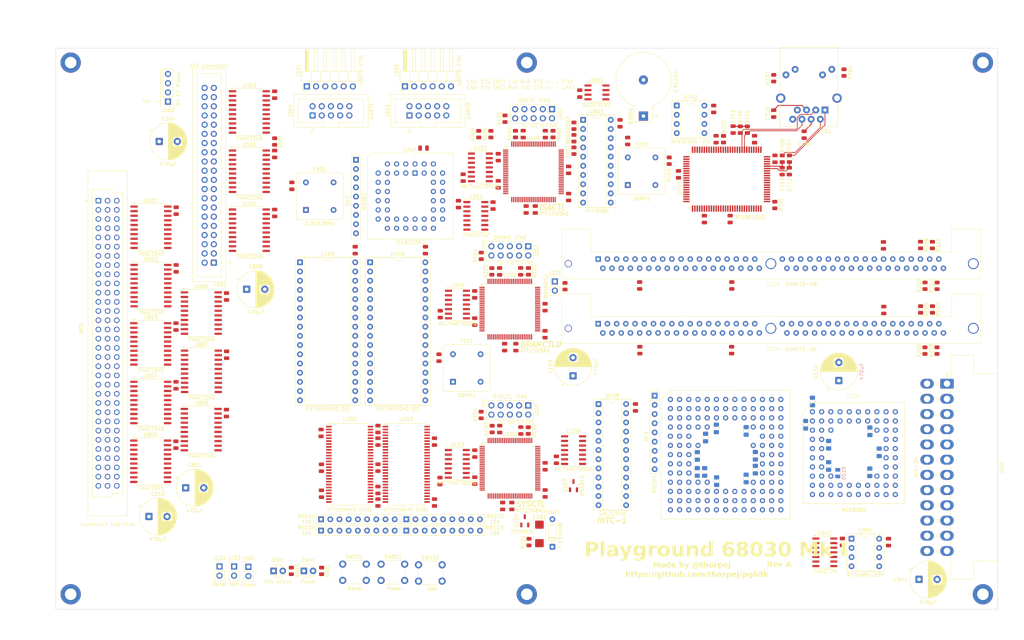
<source format=kicad_pcb>
(kicad_pcb (version 20241229) (generator "pcbnew") (generator_version "9.0")
  (layers (0 "F.Cu" signal) (4 "In1.Cu" power) (6 "In2.Cu" signal) (8 "In3.Cu" signal) (10 "In4.Cu" power) (2 "B.Cu" signal) (13 "F.Paste" user) (15 "B.Paste" user) (5 "F.SilkS" user "F.Silkscreen") (7 "B.SilkS" user "B.Silkscreen") (1 "F.Mask" user) (3 "B.Mask" user) (25 "Edge.Cuts" user))
  (net 0 "")
  (net 1 "~{CPU_STERM}")
  (net 2 "~{CPU_BERR}")
  (net 3 "~{CPU_DSACK1}")
  (net 4 "+5V")
  (net 5 "~{CPU_CIIN}")
  (net 6 "~{CPU_DSACK0}")
  (net 7 "A13")
  (net 8 "Net-(D101-A)")
  (net 9 "~{CPU_CBACK}")
  (net 10 "A8")
  (net 11 "GND")
  (net 12 "A26")
  (net 13 "A19")
  (net 14 "A9")
  (net 15 "A27")
  (net 16 "~{RESET}")
  (net 17 "D9")
  (net 20 "D21")
  (net 23 "A3")
  (net 24 "D17")
  (net 25 "A30")
  (net 26 "A16")
  (net 27 "A31")
  (net 28 "RnW")
  (net 29 "A10")
  (net 32 "A20")
  (net 33 "D27")
  (net 34 "D6")
  (net 35 "A24")
  (net 37 "D25")
  (net 38 "D20")
  (net 39 "A2")
  (net 40 "A29")
  (net 41 "SIZ0")
  (net 42 "D31")
  (net 43 "A7")
  (net 45 "D4")
  (net 46 "D0")
  (net 47 "A21")
  (net 48 "~{IPL0}")
  (net 49 "D23")
  (net 50 "D1")
  (net 52 "SIZ1")
  (net 53 "D7")
  (net 54 "~{CBREQ}")
  (net 55 "A0")
  (net 56 "D3")
  (net 57 "D16")
  (net 59 "D14")
  (net 60 "D29")
  (net 61 "FC1")
  (net 62 "FC0")
  (net 63 "D10")
  (net 64 "~{AVEC}")
  (net 65 "A4")
  (net 66 "D22")
  (net 67 "A12")
  (net 68 "FC2")
  (net 69 "D13")
  (net 70 "CPU_CLK")
  (net 72 "D5")
  (net 73 "~{IPL1}")
  (net 74 "A5")
  (net 75 "~{IPL2}")
  (net 76 "D26")
  (net 77 "D2")
  (net 78 "A23")
  (net 79 "A28")
  (net 80 "A6")
  (net 81 "A1")
  (net 82 "D24")
  (net 83 "D18")
  (net 84 "~{AS}")
  (net 85 "D8")
  (net 86 "~{DS}")
  (net 87 "D11")
  (net 88 "A14")
  (net 89 "D15")
  (net 90 "D19")
  (net 91 "A11")
  (net 92 "A17")
  (net 93 "A25")
  (net 95 "A22")
  (net 97 "D28")
  (net 99 "A15")
  (net 100 "A18")
  (net 101 "~{EXPSEL}")
  (net 102 "~{ROMSEL}")
  (net 103 "~{DEVSEL}")
  (net 104 "DRAM_CLK")
  (net 105 "/SYSCTL_TCK")
  (net 107 "/SYSCTL_TMS")
  (net 108 "/SYSCTL_TDI")
  (net 109 "/SYSCTL_TDO")
  (net 110 "~{I2CSEL}")
  (net 112 "D30")
  (net 113 "RESET")
  (net 114 "Net-(J201-Pin_1)")
  (net 115 "~{FRAM_RD}")
  (net 117 "/IDE interface/~{ATA_ACT}")
  (net 118 "~{DRAM0SEL}")
  (net 119 "/FRAM + DRAM0/DRAM0_TCK")
  (net 120 "D12")
  (net 121 "~{IACKSEL}")
  (net 122 "/ISA bus interface/ISACTL_TDO")
  (net 123 "~{ATASEL}")
  (net 124 "~{FPUSEL}")
  (net 126 "~{DRAM1SEL}")
  (net 127 "/FRAM + DRAM0/DRAM0_TMS")
  (net 128 "~{INTCSEL}")
  (net 129 "/FRAM + DRAM0/DRAM0_TDI")
  (net 130 "/ISA bus interface/ISACTL_TDI")
  (net 131 "~{DUARTSEL}")
  (net 132 "/FRAM + DRAM0/DRAM0_TDO")
  (net 133 "~{DRAM3SEL}")
  (net 134 "CLK_6_25")
  (net 138 "~{DRAM2SEL}")
  (net 141 "/SYSCTL_CBACK")
  (net 142 "/SYSCTL_BERR")
  (net 143 "~{FRAM_BE3}")
  (net 144 "/SYSCTL_DSACK0")
  (net 145 "~{FRAMSEL}")
  (net 146 "~{FRAM_BE2}")
  (net 147 "/SYSCTL_DSACK1")
  (net 148 "~{FRAM_BE1}")
  (net 149 "/SYSCTL_CI")
  (net 150 "~{FRAM_BE0}")
  (net 151 "~{FRAM_WR}")
  (net 152 "/SYSCTL_STERM")
  (net 153 "/FRAM + DRAM0/DRAM0_DSACK0")
  (net 154 "/FRAM + DRAM0/DRAM0_A5")
  (net 155 "/FRAM + DRAM0/DRAM0_A0")
  (net 156 "/FRAM + DRAM0/~{DRAM0B_RAS0}")
  (net 157 "/FRAM + DRAM0/DRAM0_A10")
  (net 158 "/FRAM + DRAM0/~{DRAM0A_RAS2}")
  (net 159 "/FRAM + DRAM0/DRAM0B_PD1")
  (net 160 "/FRAM + DRAM0/DRAM0_A9")
  (net 161 "/FRAM + DRAM0/DRAM0A_PD2")
  (net 162 "/FRAM + DRAM0/~{DRAM0B_RAS2}")
  (net 163 "/FRAM + DRAM0/~{DRAM0A_RAS1}")
  (net 164 "/FRAM + DRAM0/~{DRAM0B_CAS2}")
  (net 165 "/FRAM + DRAM0/~{DRAM0_WR}")
  (net 166 "/FRAM + DRAM0/~{DRAM0A_RAS0}")
  (net 167 "/FRAM + DRAM0/~{DRAM0A_CAS0}")
  (net 168 "/FRAM + DRAM0/~{DRAM0B_RAS3}")
  (net 169 "/FRAM + DRAM0/DRAM0_BERR")
  (net 170 "/FRAM + DRAM0/DRAM0B_PD3")
  (net 171 "/FRAM + DRAM0/DRAM0B_PD2")
  (net 172 "/FRAM + DRAM0/~{DRAM0A_CAS3}")
  (net 173 "/FRAM + DRAM0/DRAM0_A3")
  (net 174 "/FRAM + DRAM0/~{DRAM0B_CAS0}")
  (net 175 "/FRAM + DRAM0/DRAM0_A7")
  (net 176 "/FRAM + DRAM0/DRAM0_CBACK")
  (net 177 "/FRAM + DRAM0/DRAM0_A2")
  (net 178 "/FRAM + DRAM0/~{DRAM0B_CAS1}")
  (net 179 "/FRAM + DRAM0/~{DRAM0A_CAS2}")
  (net 180 "/FRAM + DRAM0/DRAM0_DSACK1")
  (net 181 "/FRAM + DRAM0/~{DRAM0A_RAS3}")
  (net 182 "/FRAM + DRAM0/DRAM0_A8")
  (net 183 "/FRAM + DRAM0/DRAM0_A1")
  (net 184 "/FRAM + DRAM0/~{DRAM0A_CAS1}")
  (net 185 "/FRAM + DRAM0/DRAM0B_PD4")
  (net 186 "/FRAM + DRAM0/~{DRAM0B_RAS1}")
  (net 188 "/FRAM + DRAM0/DRAM0_A4")
  (net 189 "/FRAM + DRAM0/DRAM0A_PD1")
  (net 191 "/FRAM + DRAM0/~{DRAM0B_CAS3}")
  (net 192 "/FRAM + DRAM0/DRAM0_A6")
  (net 193 "/FRAM + DRAM0/DRAM0_A11")
  (net 194 "/FRAM + DRAM0/DRAM0A_PD3")
  (net 195 "/FRAM + DRAM0/DRAM0A_PD4")
  (net 219 "/ISA bus interface/ISACTL_TCK")
  (net 221 "/DUART/DUARTB_RXD")
  (net 222 "/DUART/~{DUARTB_CTS}")
  (net 223 "/DUART/DUARTB_TXD")
  (net 224 "/DUART/~{DUARTB_RTS}")
  (net 226 "/DUART/DUARTA_TXD")
  (net 227 "/DUART/~{DUARTA_RTS}")
  (net 228 "/DUART/~{DUARTA_CTS}")
  (net 229 "/DUART/DUARTA_RXD")
  (net 230 "/DUART/~{DUARTA_RI}")
  (net 231 "/DUART/~{DUARTA_DSR}")
  (net 232 "/DUART/~{DUARTA_CD}")
  (net 233 "/DUART/~{DUARTA_DTR}")
  (net 234 "/DUART/~{DUARTB_RI}")
  (net 235 "/DUART/~{DUARTB_DTR}")
  (net 236 "/DUART/~{DUARTB_CD}")
  (net 237 "/DUART/~{DUARTB_DSR}")
  (net 242 "Net-(U301-XIN)")
  (net 247 "Net-(U107-A0)")
  (net 248 "~{INT5}")
  (net 249 "~{INT1}")
  (net 250 "~{INT7}")
  (net 251 "~{INT6}")
  (net 252 "~{INT2}")
  (net 253 "~{INT4}")
  (net 254 "~{INT3}")
  (net 258 "/IDE interface/ATA_D4")
  (net 259 "/IDE interface/~{ATA_IORD}")
  (net 260 "/IDE interface/ATA_D10")
  (net 261 "/IDE interface/ATA_D0")
  (net 262 "/IDE interface/ATA_D1")
  (net 263 "/IDE interface/ATA_D12")
  (net 264 "/IDE interface/ATA_A2")
  (net 265 "/IDE interface/ATA_A1")
  (net 266 "/IDE interface/ATA_D5")
  (net 267 "/IDE interface/~{ATA_RESET}")
  (net 268 "/IDE interface/ATA_D3")
  (net 269 "/IDE interface/ATA_D2")
  (net 270 "/IDE interface/ATA_D14")
  (net 273 "Net-(D501-A)")
  (net 279 "~{ISASEL}")
  (net 284 "/IDE interface/ATA_D15")
  (net 285 "/IDE interface/~{ATA_CS3FX}")
  (net 286 "/IDE interface/ATA_A0")
  (net 287 "/IDE interface/ATA_D13")
  (net 288 "/IDE interface/ATA_D7")
  (net 289 "ATA_INT")
  (net 290 "/IDE interface/~{ATA_IOWR}")
  (net 291 "/IDE interface/ATA_D8")
  (net 292 "/IDE interface/~{ATA_CS1FX}")
  (net 293 "/IDE interface/ATA_D6")
  (net 294 "/IDE interface/ATA_D11")
  (net 295 "/IDE interface/ATA_D9")
  (net 296 "/ISA bus interface/ISACTL_TMS")
  (net 297 "TMRINT")
  (net 298 "/FRAM + DRAM0/DRAM0_STERM")
  (net 299 "~{ISA_IOWR}")
  (net 300 "~{ISA_IORD}")
  (net 307 "/ISA bus interface/ISACTL_DSACK1")
  (net 308 "~{ATABEN}")
  (net 318 "ISA_RDY")
  (net 320 "~{ATAAUXSEL}")
  (net 326 "/ISA bus interface/ISACTL_BERR")
  (net 347 "/ISA bus interface/ISACTL_DSACK0")
  (net 351 "Net-(BT601-+)")
  (net 352 "Net-(U601-~{IACK})")
  (net 353 "/I2C interface and devices/I2C_SDA")
  (net 354 "/I2C interface and devices/I2C_SCL")
  (net 355 "Net-(D901-A)")
  (net 360 "/Ethernet/ETH_EEDO")
  (net 364 "/Ethernet/ETH_EEDI")
  (net 369 "ETH_INT")
  (net 377 "/Ethernet/ETH_EESK")
  (net 388 "/Ethernet/ETH_CLK")
  (net 393 "/Ethernet/ETH_EECS")
  (net 397 "/Ethernet/ETH_TD+")
  (net 399 "/Ethernet/ETH_TD-")
  (net 400 "/Ethernet/ETH_RD+")
  (net 401 "/Ethernet/ETH_RD-")
  (net 402 "Net-(U701-JP)")
  (net 403 "Net-(J701-TCT)")
  (net 404 "Net-(J701-RCT)")
  (net 405 "/Ethernet/~{ETH_GLED}")
  (net 406 "/Ethernet/~{ETH_YLED}")
  (net 407 "Net-(J701-PadL1)")
  (net 408 "Net-(J701-PadL4)")
  (net 409 "/Expansion interface/EXP_A22")
  (net 410 "/Expansion interface/EXP_SIZ1")
  (net 411 "/Expansion interface/EXP_D12")
  (net 412 "/Expansion interface/EXP_A8")
  (net 413 "/Expansion interface/EXP_D7")
  (net 414 "/Expansion interface/EXP_A4")
  (net 415 "/Expansion interface/EXP_D22")
  (net 416 "/Expansion interface/EXP_D4")
  (net 417 "/Expansion interface/EXP_A6")
  (net 418 "/Expansion interface/EXP_A3")
  (net 419 "/Expansion interface/EXP_A2")
  (net 420 "/Expansion interface/EXP_nAS")
  (net 421 "/Expansion interface/EXP_D2")
  (net 422 "-12V")
  (net 423 "/Expansion interface/EXP_D18")
  (net 424 "+12V")
  (net 425 "/Expansion interface/EXP_D25")
  (net 426 "/Expansion interface/EXP_D29")
  (net 427 "/Expansion interface/EXP_D16")
  (net 428 "/Expansion interface/EXP_A13")
  (net 429 "/Expansion interface/EXP_D28")
  (net 430 "/Expansion interface/EXP_D15")
  (net 431 "/Expansion interface/EXP_A5")
  (net 432 "/Expansion interface/EXP_nDS")
  (net 433 "/Expansion interface/EXP_D24")
  (net 434 "/Expansion interface/EXP_D10")
  (net 435 "/Expansion interface/EXP_D13")
  (net 436 "/Expansion interface/EXP_D30")
  (net 437 "/Expansion interface/EXP_A1")
  (net 438 "/Expansion interface/EXP_D9")
  (net 439 "/Expansion interface/EXP_A7")
  (net 440 "/Expansion interface/EXP_A14")
  (net 441 "/Expansion interface/EXP_D5")
  (net 442 "/Expansion interface/EXP_nEXPSEL")
  (net 443 "/Expansion interface/EXP_D21")
  (net 444 "/Expansion interface/EXP_D27")
  (net 445 "/Expansion interface/EXP_D23")
  (net 446 "/Expansion interface/EXP_A23")
  (net 447 "/Expansion interface/EXP_D17")
  (net 448 "/Expansion interface/EXP_D19")
  (net 449 "/Expansion interface/EXP_D14")
  (net 450 "/Expansion interface/EXP_A0")
  (net 451 "/Expansion interface/EXP_A20")
  (net 452 "/Expansion interface/EXP_D0")
  (net 453 "/Expansion interface/EXP_A10")
  (net 454 "/Expansion interface/EXP_D1")
  (net 455 "/Expansion interface/EXP_A15")
  (net 456 "/Expansion interface/EXP_D20")
  (net 457 "/Expansion interface/EXP_A11")
  (net 458 "/Expansion interface/EXP_D31")
  (net 459 "/Expansion interface/EXP_D6")
  (net 460 "/Expansion interface/EXP_D26")
  (net 461 "/Expansion interface/EXP_A21")
  (net 462 "/Expansion interface/EXP_A12")
  (net 463 "/Expansion interface/EXP_A9")
  (net 464 "/Expansion interface/EXP_D11")
  (net 465 "/Expansion interface/EXP_D3")
  (net 466 "/Expansion interface/EXP_D8")
  (net 467 "/Expansion interface/EXP_SIZ0")
  (net 468 "/Expansion interface/EXP_CPU_CLK")
  (net 469 "/Expansion interface/EXP_RnW")
  (net 470 "~{ISA_IO16}")
  (net 472 "+3V3")
  (net 473 "PWR_OK")
  (net 475 "/Expansion interface/EXP_A16")
  (net 476 "/Expansion interface/EXP_A17")
  (net 477 "/Expansion interface/EXP_A19")
  (net 478 "/Expansion interface/EXP_A18")
  (net 480 "Net-(C711-Pad1)")
  (net 481 "Net-(U701-TPOUT+)")
  (net 482 "Net-(U701-TPOUT-)")
  (net 483 "Net-(Y701-OUT)")
  (net 484 "~{PWR_BUT}")
  (net 485 "PWR_LED")
  (net 487 "DUART_INT")
  (net 488 "Net-(U301-INTA)")
  (net 489 "Net-(U301-INTB)")
  (net 493 "~{ETHSEL}")
  (net 494 "Net-(U701-SA8)")
  (net 495 "Net-(RN101-R7)")
  (net 496 "Net-(RN101-R5)")
  (net 497 "/Power Supply/~{PS_ON}")
  (net 498 "/Power Supply/PSU_HOST_REQ")
  (net 499 "/Power Supply/PSU_HOST_REQ_BIT0")
  (net 500 "~{PSUSEL}")
  (net 503 "/Power Supply/Vsb")
  (footprint "Package_QFP:TQFP-100_14x14mm_P0.5mm" (layer "F.Cu") (at 211.5972 156.464)
    (property "Reference" "U201")
    (property "Value" "ATF1508AS")
  )
  (footprint "Capacitor_SMD:C_0805_2012Metric" (layer "F.Cu") (at 221.3102 163.3982 -90)
    (property "Reference" "C205" (hide yes))
    (property "Value" "220nF" (hide yes))
  )
  (footprint "Capacitor_SMD:C_0805_2012Metric" (layer "F.Cu") (at 192.0494 169.8752 -90)
    (property "Reference" "C102" (hide yes))
    (property "Value" "100nF" (hide yes))
  )
  (footprint "Package_SO:SOIC-20W_7.5x12.8mm_P1.27mm" (layer "F.Cu") (at 112.5166 166.0652)
    (property "Reference" "U803")
    (property "Value" "74ACT245")
  )
  (footprint "Capacitor_SMD:C_0805_2012Metric" (layer "F.Cu") (at 146.7104 113.6244 -90)
    (property "Reference" "C501" (hide yes))
    (property "Value" "100nF" (hide yes))
  )
  (footprint "Package_SO:SOIC-20W_7.5x12.8mm_P1.27mm" (layer "F.Cu") (at 112.5202 182.245)
    (property "Reference" "U804")
    (property "Value" "74ACT245")
  )
  (footprint "Battery:BatteryHolder_Keystone_500" (layer "F.Cu") (at 248.4628 103.161618 90)
    (property "Reference" "BT601")
    (property "Value" "CR1220")
  )
  (footprint "Resistor_SMD:R_0805_2012Metric" (layer "F.Cu") (at 324.9422 156.5656 -90)
    (property "Reference" "R205")
    (property "Value" "10K" (hide yes))
  )
  (footprint "Resistor_SMD:R_0805_2012Metric" (layer "F.Cu") (at 229.2858 112.7252 90)
    (property "Reference" "R601")
    (property "Value" "4K7" (hide yes))
  )
  (footprint "Capacitor_SMD:C_0805_2012Metric" (layer "F.Cu") (at 201.93 203.835 -90)
    (property "Reference" "C115" (hide yes))
    (property "Value" "220nF" (hide yes))
  )
  (footprint "Connector_PinHeader_2.54mm:PinHeader_1x04_P2.54mm_Vertical" (layer "F.Cu") (at 117.2718 99.1616 180)
    (property "Reference" "J502")
    (property "Value" "5V CF Power")
  )
  (footprint "Package_DIP:DIP-8_W7.62mm_Socket" (layer "F.Cu") (at 257.6576 100.2538)
    (property "Reference" "U702")
    (property "Value" "AT93C46D-PU")
  )
  (footprint "jrt-SIMMs:SIMM-72" (layer "F.Cu") (at 235.9914 142.6464)
    (property "Reference" "U205")
    (property "Value" "SIMM72-0B")
  )
  (footprint "Capacitor_SMD:C_0805_2012Metric" (layer "F.Cu") (at 175.2092 200.2434 -90)
    (property "Reference" "C216" (hide yes))
    (property "Value" "220nF" (hide yes))
  )
  (footprint "Button_Switch_THT:SW_PUSH_6mm" (layer "F.Cu") (at 176.0752 226.894)
    (property "Reference" "SW901")
    (property "Value" "Power")
  )
  (footprint "Resistor_THT:R_Array_SIP9" (layer "F.Cu") (at 251.5616 180.3654 -90)
    (property "Reference" "RN101")
    (property "Value" "3K3")
  )
  (footprint "Resistor_SMD:R_0805_2012Metric" (layer "F.Cu") (at 275.1836 106.9105 90)
    (property "Reference" "R706")
    (property "Value" "49.9" (hide yes))
  )
  (footprint "Capacitor_SMD:C_0805_2012Metric" (layer "F.Cu") (at 272.796 167.7924 -90)
    (property "Reference" "C220" (hide yes))
    (property "Value" "220nF" (hide yes))
  )
  (footprint "Package_SO:SOIC-8_3.9x4.9mm_P1.27mm" (layer "F.Cu") (at 235.6358 96.6216)
    (property "Reference" "U602")
    (property "Value" "DS3231MZ")
  )
  (footprint "Capacitor_SMD:C_0805_2012Metric" (layer "F.Cu") (at 208.8134 189.5875 90)
    (property "Reference" "C121" (hide yes))
    (property "Value" "220nF" (hide yes))
  )
  (footprint "Resistor_SMD:R_0805_2012Metric" (layer "F.Cu") (at 286.766 114.935 -90)
    (property "Reference" "R708")
    (property "Value" "10" (hide yes))
  )
  (footprint "Capacitor_SMD:C_0805_2012Metric" (layer "F.Cu") (at 268.5186 109.5496 90)
    (property "Reference" "C706" (hide yes))
    (property "Value" "100nF" (hide yes))
  )
  (footprint "Connector_Molex:Molex_Mini-Fit_Jr_5569-24A1_2x12_P4.20mm_Horizontal" (layer "F.Cu") (at 332.223 177.0406 -90)
    (property "Reference" "J901")
    (property "Value" "ATX-24")
  )
  (footprint "Resistor_SMD:R_0805_2012Metric" (layer "F.Cu") (at 326.136 167.9194 90)
    (property "Reference" "R206")
    (property "Value" "10K" (hide yes))
  )
  (footprint "Capacitor_SMD:C_0805_2012Metric" (layer "F.Cu") (at 227.8126 118.0084 -90)
    (property "Reference" "C406" (hide yes))
    (property "Value" "220nF" (hide yes))
  )
  (footprint "jrt-SIMMs:SIMM-72" (layer "F.Cu") (at 235.9914 160.5026)
    (property "Reference" "U204")
    (property "Value" "SIMM72-0A")
  )
  (footprint "Capacitor_SMD:C_0805_2012Metric" (layer "F.Cu") (at 188.3156 140.1826 90)
    (property "Reference" "C123" (hide yes))
    (property "Value" "100nF" (hide yes))
  )
  (footprint "Connector_PinHeader_2.54mm:PinHeader_1x06_P2.54mm_Horizontal" (layer "F.Cu") (at 182.6641 94.9487 90)
    (property "Reference" "J302")
    (property "Value" "UART0 FTDI")
  )
  (footprint "Capacitor_SMD:C_0805_2012Metric" (layer "F.Cu") (at 206.9592 127.8636 -90)
    (property "Reference" "C304" (hide yes))
    (property "Value" "100nF" (hide yes))
  )
  (footprint "MountingHole:MountingHole_3.2mm_M3_DIN965_Pad" (layer "F.Cu") (at 90.424 235.204)
    (property "Reference" "H104" (hide yes))
    (property "Value" "MountingHole" (hide yes))
  )
  (footprint "Capacitor_THT:CP_Radial_D10.0mm_P5.00mm" (layer "F.Cu") (at 302.387 176.205277 90)
    (property "Reference" "C134")
    (property "Value" "470µF")
  )
  (footprint "Capacitor_THT:CP_Radial_D10.0mm_P5.00mm" (layer "F.Cu") (at 229.0318 174.8752 90)
    (property "Reference" "C133")
    (property "Value" "470µF")
  )
  (footprint "Capacitor_SMD:C_0805_2012Metric" (layer "F.Cu") (at 198.7174 120.1674 90)
    (property "Reference" "C401" (hide yes))
    (property "Value" "100nF" (hide yes))
  )
  (footprint "Package_SO:TSOP-II-54_22.2x10.16mm_P0.8mm" (layer "F.Cu") (at 167.4114 199.3168)
    (property "Reference" "U202")
    (property "Value" "CY7C1061GE (U16)")
  )
  (footprint "LED_THT:LED_D3.0mm" (layer "F.Cu") (at 146.4056 228.7543)
    (property "Reference" "D501")
    (property "Value" "ATA Active")
  )
  (footprint "Capacitor_SMD:C_0805_2012Metric" (layer "F.Cu") (at 244.1194 110.0328 90)
    (property "Reference" "C701" (hide yes))
    (property "Value" "100nF" (hide yes))
  )
  (footprint "Capacitor_SMD:C_0805_2012Metric" (layer "F.Cu") (at 314.7822 156.718 90)
    (property "Reference" "C221" (hide yes))
    (property "Value" "220nF" (hide yes))
  )
  (footprint "Resistor_THT:R_Array_SIP9" (layer "F.Cu") (at 183.0324 217.6272)
    (property "Reference" "RN103")
    (property "Value" "10K")
  )
  (footprint "Package_QFP:TQFP-100_14x14mm_P0.5mm" (layer "F.Cu") (at 218.1153 118.5526)
    (property "Reference" "U401")
    (property "Value" "ATF1508AS")
  )
  (footprint "Resistor_SMD:R_0805_2012Metric" (layer "F.Cu") (at 229.2858 109.2708 -90)
    (property "Reference" "R603")
    (property "Value" "4K7" (hide yes))
  )
  (footprint "Resistor_SMD:R_0805_2012Metric" (layer "F.Cu") (at 284.7086 127.7112 90)
    (property "Reference" "R701")
    (property "Value" "10K" (hide yes))
  )
  (footprint "Package_SO:SOIC-14_3.9x8.7mm_P1.27mm" (layer "F.Cu") (at 229.1842 195.4022)
    (property "Reference" "U109")
    (property "Value" "MC74ACT05DG")
  )
  (footprint "Package_SO:SOIC-20W_7.5x12.8mm_P1.27mm" (layer "F.Cu") (at 139.7236 134.6708)
    (property "Reference" "U502")
    (property "Value" "74ACT245")
  )
  (footprint "Resistor_SMD:R_0805_2012Metric" (layer "F.Cu") (at 324.9168 138.7602 -90)
    (property "Reference" "R209")
    (property "Value" "10K" (hide yes))
  )
  (footprint "Resistor_SMD:R_0805_2012Metric" (layer "F.Cu") (at 326.1614 150.0143 90)
    (property "Reference" "R210")
    (property "Value" "10K" (hide yes))
  )
  (footprint "Capacitor_THT:CP_Radial_D10.0mm_P5.00mm" (layer "F.Cu") (at 112.0178 213.741)
    (property "Reference" "C810")
    (property "Value" "470µF")
  )
  (footprint "Capacitor_SMD:C_0805_2012Metric" (layer "F.Cu") (at 221.3864 108.1532 90)
    (property "Reference" "C407" (hide yes))
    (property "Value" "220nF" (hide yes))
  )
  (footprint "Capacitor_SMD:C_0805_2012Metric" (layer "F.Cu") (at 247.4722 167.7924 -90)
    (property "Reference" "C222" (hide yes))
    (property "Value" "220nF" (hide yes))
  )
  (footprint "Package_SO:SOIC-14_3.9x8.7mm_P1.27mm" (layer "F.Cu") (at 197.104 199.1868)
    (property "Reference" "U103")
    (property "Value" "MC74ACT05DG")
  )
  (footprint "Capacitor_SMD:C_0805_2012Metric" (layer "F.Cu") (at 218.6178 128.9558 -90)
    (property "Reference" "C404" (hide yes))
    (property "Value" "220nF" (hide yes))
  )
  (footprint "Capacitor_SMD:C_0805_2012Metric" (layer "F.Cu") (at 267.843 101.1936 -90)
    (property "Reference" "C708" (hide yes))
    (property "Value" "100nF" (hide yes))
  )
  (footprint "Capacitor_SMD:C_0805_2012Metric" (layer "F.Cu") (at 208.407 121.9962 -90)
    (property "Reference" "C402" (hide yes))
    (property "Value" "220nF" (hide yes))
  )
  (footprint "Resistor_SMD:R_0805_2012Metric" (layer "F.Cu") (at 210.2612 103.886 -90)
    (property "Reference" "R403")
    (property "Value" "10K" (hide yes))
  )
  (footprint "Capacitor_SMD:C_0805_2012Metric" (layer "F.Cu") (at 221.3356 199.8726 -90)
    (property "Reference" "C119" (hide yes))
    (property "Value" "220nF" (hide yes))
  )
  (footprint "Capacitor_SMD:C_0805_2012Metric" (layer "F.Cu") (at 187.7949 112.0013)
    (property "Reference" "C302" (hide yes))
    (property "Value" "100nF" (hide yes))
  )
  (footprint "MountingHole:MountingHole_3.2mm_M3_DIN965_Pad" (layer "F.Cu") (at 216.281 88.392)
    (property "Reference" "H105" (hide yes))
    (property "Value" "MountingHole" (hide yes))
  )
  (footprint "Resistor_SMD:R_0805_2012Metric" (layer "F.Cu") (at 203.708 141.7574 -90)
    (property "Reference" "R204")
    (property "Value" "10K" (hide yes))
  )
  (footprint "Package_SO:SOIC-14_3.9x8.7mm_P1.27mm" (layer "F.Cu") (at 202.2236 130.7084)
    (property "Reference" "U302")
    (property "Value" "74ACHT32")
  )
  (footprint "Resistor_SMD:R_0805_2012Metric" (layer "F.Cu") (at 146.7104 110.1852 -90)
    (property "Reference" "R501")
    (property "Value" "47K" (hide yes))
  )
  (footprint "Package_SO:TSOP-II-54_22.2x10.16mm_P0.8mm" (layer "F.Cu") (at 183.0166 199.3168)
    (property "Reference" "U203")
    (property "Value" "CY7C1061GE (L16)")
  )
  (footprint "Capacitor_SMD:C_0805_2012Metric" (layer "F.Cu") (at 208.407 114.5032 -90)
    (property "Reference" "C409" (hide yes))
    (property "Value" "220nF" (hide yes))
  )
  (footprint "Capacitor_SMD:C_0805_2012Metric" (layer "F.Cu") (at 190.8048 193.0552 -90)
    (property "Reference" "C219" (hide yes))
    (property "Value" "220nF" (hide yes))
  )
  (footprint "Connector_PinHeader_2.54mm:PinHeader_2x05_P2.54mm_Vertical" (layer "F.Cu") (at 223.2406 101.2444 -90)
    (property "Reference" "J401")
    (property "Value" "ISACTL JTAG")
  )
  (footprint "Capacitor_SMD:C_0805_2012Metric" (layer "F.Cu") (at 230.886 96.9518 -90)
    (property "Reference" "C602" (hide yes))
    (property "Value" "100nF" (hide yes))
  )
  (footprint "Resistor_SMD:R_0805_2012Metric" (layer "F.Cu") (at 216.8906 220.8022 90)
    (property "Reference" "R101")
    (property "Value" "3K3" (hide yes))
  )
  (footprint "Capacitor_SMD:C_0805_2012Metric" (layer "F.Cu") (at 201.93 196.3674 -90)
    (property "Reference" "C114" (hide yes))
    (property "Value" "220nF" (hide yes))
  )
  (footprint "Package_LCC:PLCC-44_THT-Socket" (layer "F.Cu") (at 185.4327 118.9101)
    (property "Reference" "U301")
    (property "Value" "TL16C2552")
  )
  (footprint "Capacitor_SMD:C_0805_2012Metric" (layer "F.Cu") (at 221.3356 207.3656 -90)
    (property "Reference" "C118" (hide yes))
    (property "Value" "220nF" (hide yes))
  )
  (footprint "Package_QFP:PQFP-100_14x20mm_P0.65mm" (layer "F.Cu") (at 271.4396 120.5732 90)
    (property "Reference" "U701")
    (property "Value" "RTL8019AS")
  )
  (footprint "Capacitor_SMD:C_0805_2012Metric" (layer "F.Cu") (at 159.6136 207.4418 -90)
    (property "Reference" "C212" (hide yes))
    (property "Value" "220nF" (hide yes))
  )
  (footprint "Oscillator:Oscillator_DIP-8" (layer "F.Cu") (at 155.3337 129.0955)
    (property "Reference" "Y301")
    (property "Value" "1.8432MHz")
  )
  (footprint "Package_DIP:DIP-20_W7.62mm_Socket" (layer "F.Cu") (at 231.8258 104.1908)
    (property "Reference" "U601")
    (property "Value" "PCF8584")
  )
  (footprint "Capacitor_SMD:C_0805_2012Metric" (layer "F.Cu") (at 216.1032 128.9558 -90)
    (property "Reference" "C403" (hide yes))
    (property "Value" "220nF" (hide yes))
  )
  (footprint "Resistor_THT:R_Array_SIP9" (layer "F.Cu") (at 183.0324 214.503)
    (property "Reference" "RN102")
    (property "Value" "10K")
  )
  (footprint "Capacitor_SMD:C_0805_2012Metric" (layer "F.Cu") (at 201.9046 159.9184 -90)
    (property "Reference" "C202" (hide yes))
    (property "Value" "220nF" (hide yes))
  )
  (footprint "Capacitor_Tantalum_SMD:CP_EIA-6032-15_Kemet-U_HandSolder" (layer "F.Cu") (at 219.7608 218.5416 -90)
    (property "Reference" "C101")
    (property "Value" "100µF" (hide yes))
  )
  (footprint "Resistor_SMD:R_0805_2012Metric" (layer "F.Cu") (at 229.2858 105.8418 -90)
    (property "Reference" "R602")
    (property "Value" "4K7" (hide yes))
  )
  (footprint "Capacitor_SMD:C_0805_2012Metric" (layer "F.Cu") (at 284.7594 114.9604 90)
    (property "Reference" "C704" (hide yes))
    (property "Value" "100nF" (hide yes))
  )
  (footprint "Capacitor_SMD:C_0805_2012Metric" (layer "F.Cu") (at 175.2092 193.0552 -90)
    (property "Reference" "C214" (hide yes))
    (property "Value" "220nF" (hide yes))
  )
  (footprint "Resistor_SMD:R_0805_2012Metric" (layer "F.Cu") (at 151.3078 228.7543 -90)
    (property "Reference" "R503")
    (property "Value" "470" (hide yes))
  )
  (footprint "Capacitor_SMD:C_0805_2012Metric" (layer "F.Cu") (at 215.2904 108.143 90)
    (property "Reference" "C408" (hide yes))
    (property "Value" "220nF" (hide yes))
  )
  (footprint "Resistor_THT:R_Array_SIP9" (layer "F.Cu") (at 159.512 214.503)
    (property "Reference" "RN104")
    (property "Value" "10K")
  )
  (footprint "Connector_PinHeader_2.54mm:PinHeader_1x02_P2.54mm_Vertical" (layer "F.Cu") (at 139.4714 227.6348)
    (property "Reference" "J902")
    (property "Value" "Power")
  )
  (footprint "Capacitor_SMD:C_0805_2012Metric" (layer "F.Cu") (at 159.6136 200.2688 -90)
    (property "Reference" "C211" (hide yes))
    (property "Value" "220nF" (hide yes))
  )
  (footprint "Capacitor_SMD:C_0805_2012Metric" (layer "F.Cu") (at 197.4215 127.4801 -90)
    (property "Reference" "C303" (hide yes))
    (property "Value" "100nF" (hide yes))
  )
  (footprint "Package_SO:SOIC-20W_7.5x12.8mm_P1.27mm" (layer "F.Cu") (at 126.4974 173.6344)
    (property "Reference" "U807")
    (property "Value" "74ACT245")
  )
  (footprint "Resistor_SMD:R_0805_2012Metric" (layer "F.Cu") (at 159.6644 228.7543 -90)
    (property "Reference" "R901")
    (property "Value" "470" (hide yes))
  )
  (footprint "Capacitor_SMD:C_0805_2012Metric" (layer "F.Cu") (at 314.6806 138.8618 90)
    (property "Reference" "C225" (hide yes))
    (property "Value" "220nF" (hide yes))
  )
  (footprint "Capacitor_SMD:C_0805_2012Metric" (layer "F.Cu") (at 119.5288 129.286 -90)
    (property "Reference" "C801" (hide yes))
    (property "Value" "100nF" (hide yes))
  )
  (footprint "Capacitor_SMD:C_0805_2012Metric" (layer "F.Cu") (at 227.8126 125.5014 -90)
    (property "Reference" "C405" (hide yes))
    (property "Value" "220nF" (hide yes))
  )
  (footprint "Capacitor_SMD:C_0805_2012Metric" (layer "F.Cu") (at 246.253 183.6166 -90)
    (property "Reference" "C132" (hide yes))
    (property "Value" "100nF" (hide yes))
  )
  (footprint "Resistor_SMD:R_0805_2012Metric" (layer "F.Cu") (at 216.7382 146.0246 -90)
    (property "Reference" "R202")
    (property "Value" "10K" (hide yes))
  )
  (footprint "Diode_THT:D_DO-35_SOD27_P7.62mm_Horizontal" (layer "F.Cu") (at 223.3422 222.0976 90)
    (property "Reference" "D101")
    (property "Value" "1N4148")
  )
  (footprint "Capacitor_SMD:C_0805_2012Metric" (layer "F.Cu") (at 292.8112 108.3056 -90)
    (property "Reference" "C709")
    (property "Value" "100nF" (hide yes))
  )
  (footprint "Connector_IDC:IDC-Header_2x20_P2.54mm_Vertical" (layer "F.Cu") (at 129.921 143.637 180)
    (property "Reference" "J501")
    (property "Value" "ATA connector")
  )
  (footprint "Connector_DIN:DIN41612_C_3x32_Female_Vertical_THT" (layer "F.Cu") (at 98.0694 126.5174)
    (property "Reference" "J801")
    (property "Value" "DIN41612_03x32_ABC")
  )
  (footprint "Capacitor_THT:CP_Radial_D10.0mm_P5.00mm" (layer "F.Cu") (at 114.8626 110.1598)
    (property "Reference" "C504")
    (property "Value" "470µF")
  )
  (footprint "Capacitor_SMD:C_0805_2012Metric" (layer "F.Cu") (at 258.1402 119.253 90)
    (property "Reference" "C707" (hide yes))
    (property "Value" "100nF" (hide yes))
  )
  (footprint "Capacitor_SMD:C_0805_2012Metric" (layer "F.Cu") (at 316.0776 220.8022 -90)
    (property "Reference" "C902" (hide yes))
    (property "Value" "100nF" (hide yes))
  )
  (footprint "Resistor_SMD:R_0805_2012Metric" (layer "F.Cu") (at 206.7306 189.5875 -90)
    (property "Reference" "R103")
    (property "Value" "10K" (hide yes))
  )
  (footprint "Resistor_SMD:R_0805_2012Metric" (layer "F.Cu") (at 216.6874 189.992 -90)
    (property "Reference" "R102")
    (property "Value" "10K" (hide yes))
  )
  (footprint "Capacitor_SMD:C_0805_2012Metric" (layer "F.Cu") (at 265.2776 131.6076 -90)
    (property "Reference" "C702" (hide yes))
    (property "Value" "100nF" (hide yes))
  )
  (footprint "Package_TO_SOT_SMD:SOT-23-3" (layer "F.Cu") (at 215.7222 214.9293 90)
    (property "Reference" "U104")
    (property "Value" "DS1813")
  )
  (footprint "Capacitor_SMD:C_0805_2012Metric" (layer "F.Cu") (at 119.4562 193.9036 -90)
    (property "Reference" "C805" (hide yes))
    (property "Value" "100nF" (hide yes))
  )
  (footprint "Capacitor_THT:CP_Radial_D10.0mm_P5.00mm" (layer "F.Cu") (at 324.504923 231.0892)
    (property "Reference" "C901")
    (property "Value" "470µF")
  )
  (footprint "Capacitor_SMD:C_0805_2012Metric" (layer "F.Cu") (at 284.4038 102.4768 -90)
    (property "Reference" "C710")
    (property "Value" "100nF" (hide yes))
  )
  (footprint "Capacitor_SMD:C_0805_2012Metric" (layer "F.Cu") (at 209.6262 210.82 -90)
    (property "Reference" "C116" (hide yes))
    (property "Value" "220nF" (hide yes))
  )
  (footprint "Capacitor_SMD:C_0805_2012Metric" (layer "F.Cu") (at 213.2584 166.9644 -90)
    (property "Reference" "C204" (hide yes))
    (property "Value" "220nF" (hide yes))
  )
  (footprint "MountingHole:MountingHole_3.2mm_M3_DIN965_Pad" (layer "F.Cu") (at 216.281 235.204)
    (property "Reference" "H106" (hide yes))
    (property "Value" "MountingHole" (hide yes))
  )
  (footprint "Capacitor_SMD:C_0805_2012Metric" (layer "F.Cu") (at 133.4262 152.9842 -90)
    (property "Reference" "C806" (hide yes))
    (property "Value" "100nF" (hide yes))
  )
  (footprint "Capacitor_SMD:C_0805_2012Metric" (layer "F.Cu") (at 159.512 190.6524 -90)
    (property "Reference" "C210" (hide yes))
    (property "Value" "220nF" (hide yes))
  )
  (footprint "Capacitor_SMD:C_0805_2012Metric" (layer "F.Cu") (at 190.8048 209.87 -90)
    (property "Reference" "C218" (hide yes))
    (property "Value" "220nF" (hide yes))
  )
  (footprint "Package_SO:SOIC-20W_7.5x12.8mm_P1.27mm" (layer "F.Cu") (at 112.5692 149.9758)
    (property "Reference" "U802")
    (property "Value" "74ACT245")
  )
  (footprint "Capacitor_SMD:C_0805_2012Metric" (layer "F.Cu") (at 119.478 177.4952 -90)
    (property "Reference" "C804" (hide yes))
    (property "Value" "100nF" (hide yes))
  )
  (footprint "Button_Switch_THT:SW_PUSH_6mm" (layer "F.Cu") (at 165.4854 226.8804)
    (property "Reference" "SW101")
    (property "Value" "Reset")
  )
  (footprint "Resistor_SMD:R_0805_2012Metric" (layer "F.Cu") (at 329.4634 167.9194 90)
    (property "Reference" "R208")
    (property "Value" "10K" (hide yes))
  )
  (footprint "Connector_PinHeader_2.54mm:PinHeader_2x05_P2.54mm_Vertical" (layer "F.Cu") (at 216.6874 183.0578 -90)
    (property "Reference" "J102")
    (property "Value" "SYSCTL JTAG")
  )
  (footprint "Capacitor_SMD:C_0805_2012Metric" (layer "F.Cu") (at 133.4516 169.0624 -90)
    (property "Reference" "C807" (hide yes))
    (property "Value" "100nF" (hide yes))
  )
  (footprint "Capacitor_SMD:C_0805_2012Metric" (layer "F.Cu") (at 133.4008 185.166 -90)
    (property "Reference" "C808" (hide yes))
    (property "Value" "100nF" (hide yes))
  )
  (footprint "Package_DIP:DIP-8_W7.62mm_Socket" (layer "F.Cu") (at 305.8922 219.8624)
    (property "Reference" "U901")
    (property "Value" "ATtiny85-20P")
  )
  (footprint "Resistor_SMD:R_0805_2012Metric" (layer "F.Cu") (at 203.0186 108.1513 90)
    (property "Reference" "R404")
    (property "Value" "3K3" (hide yes))
  )
  (footprint "Resistor_SMD:R_0805_2012Metric" (layer "F.Cu") (at 328.1934 138.7856 -90)
    (property "Reference" "R211")
    (property "Value" "10K" (hide yes))
  )
  (footprint "Connector_PinHeader_2.54mm:PinHeader_1x06_P2.54mm_Horizontal" (layer "F.Cu") (at 155.5877 94.9579 90)
    (property "Reference" "J301")
    (property "Value" "UART1 FTDI")
  )
  (footprint "Capacitor_SMD:C_0805_2012Metric" (layer "F.Cu") (at 192.402 157.861 90)
    (property "Reference" "C209" (hide yes))
    (property "Value" "100nF" (hide yes))
  )
  (footprint "Capacitor_SMD:C_0805_2012Metric" (layer "F.Cu") (at 272.3896 131.5974 -90)
    (property "Reference" "C703" (hide yes))
    (property "Value" "100nF" (hide yes))
  )
  (footprint "Capacitor_SMD:C_0805_2012Metric" (layer "F.Cu") (at 119.478 161.29 -90)
    (property "Reference" "C803" (hide yes))
    (property "Value" "100nF" (hide yes))
  )
  (footprint "Connector_IDC:IDC-Header_2x05_P2.54mm_Vertical" (layer "F.Cu") (at 157.1625 102.9843 90)
    (property "Reference" "J304")
    (property "Value" "UART1")
  )
  (footprint "Capacitor_SMD:C_0805_2012Metric" (layer "F.Cu") (at 214.63 189.992 90)
    (property "Reference" "C120" (hide yes))
    (property "Value" "220nF" (hide yes))
  )
  (footprint "Resistor_THT:R_Array_SIP9" (layer "F.Cu") (at 159.512 217.6272)
    (property "Reference" "RN105")
    (property "Value" "10K")
  )
  (footprint "Package_SO:SOIC-20W_7.5x12.8mm_P1.27mm" (layer "F.Cu") (at 112.4948 198.4756)
    (property "Reference" "U805")
    (property "Value" "74ACT245")
  )
  (footprint "Capacitor_SMD:C_0805_2012Metric" (layer "F.Cu") (at 247.4214 149.9362 -90)
    (property "Reference" "C223" (hide yes))
    (property "Value" "220nF" (hide yes))
  )
  (footprint "Capacitor_SMD:C_0805_2012Metric" (layer "F.Cu") (at 175.2092 189.5856 -90)
    (property "Reference" "C215" (hide yes))
    (property "Value" "220nF" (hide yes))
  )
  (footprint "jrt-PGA:PGA169" (layer "F.Cu") (at 255.905 181.4068)
    (property "Reference" "U101" (hide yes))
    (property "Value" "MC68030RC" (hide yes))
  )
  (footprint "Connector_PinHeader_2.54mm:PinHeader_1x02_P2.54mm_Vertical" (layer "F.Cu") (at 131.4958 227.5382)
    (property "Reference" "J101")
    (property "Value" "Reset")
  )
  (footprint "Capacitor_SMD:C_0805_2012Metric" (layer "F.Cu") (at 279.1206 109.5502 90)
    (property "Reference" "C705" (hide yes))
    (property "Value" "100nF" (hide yes))
  )
  (footprint "Capacitor_SMD:C_0805_2012Metric" (layer "F.Cu") (at 175.2092 206.4106 -90)
    (property "Reference" "C217" (hide yes))
    (property "Value" "220nF" (hide yes))
  )
  (footprint "Connector_PinHeader_2.54mm:PinHeader_1x02_P2.54mm_Vertical" (layer "F.Cu") (at 224.028 148.8117)
    (property "Reference" "J201")
    (property "Value" "DRAM0SZ")
  )
  (footprint "Button_Switch_THT:SW_PUSH_6mm" (layer "F.Cu") (at 186.4106 227.0718)
    (property "Reference" "SW102")
    (property "Value" "NMI")
  )
  (footprint "Resistor_SMD:R_0805_2012Metric" (layer "F.Cu") (at 328.2188 156.5656 -90)
    (property "Reference" "R207")
    (property "Value" "10K" (hide yes))
  )
  (footprint "Resistor_SMD:R_0805_2012Metric" (layer "F.Cu") (at 270.5608 109.5502 -90)
    (property "Reference" "R702")
    (property "Value" "10K" (hide yes))
  )
  (footprint "Resistor_THT:R_Array_SIP9" (layer "F.Cu") (at 169.1513 115.2271 -90)
    (property "Reference" "RN301")
    (property "Value" "3K3")
  )
  (footprint "Resistor_SMD:R_0805_2012Metric" (layer "F.Cu") (at 303.8094 91.1484 90)
    (property "Reference" "R704")
    (property "Value" "470" (hide yes))
  )
  (footprint "Capacitor_SMD:C_0805_2012Metric" (layer "F.Cu") (at 175.2092 209.87 -90)
    (property "Reference" "C213" (hide yes))
    (property "Value" "220nF" (hide yes))
  )
  (footprint "Capacitor_SMD:C_0805_2012Metric" (layer "F.Cu") (at 242.0112 105.156 -90)
    (property "Reference" "C601" (hide yes))
    (property "Value" "100nF" (hide yes))
  )
  (footprint "Capacitor_SMD:C_0805_2012Metric" (layer "F.Cu") (at 288.7218 118.364 -90)
    (property "Reference" "C712")
    (property "Value" "10nF" (hide yes))
  )
  (footprint "Capacitor_SMD:C_0805_2012Metric" (layer "F.Cu") (at 119.5288 145.2118 -90)
    (property "Reference" "C802" (hide yes))
    (property "Value" "100nF" (hide yes))
  )
  (footprint "Resistor_SMD:R_0805_2012Metric" (layer "F.Cu") (at 213.1568 108.1278 -90)
    (property "Reference" "R402")
    (property "Value" "10K" (hide yes))
  )
  (footprint "Capacitor_SMD:C_0805_2012Metric" (layer "F.Cu") (at 151.4602 122.4178 -90)
    (property "Reference" "C301" (hide yes))
    (property "Value" "100nF" (hide yes))
  )
  (footprint "Capacitor_THT:CP_Radial_D10.0mm_P5.00mm" (layer "F.Cu") (at 138.983323 150.9776)
    (property "Reference" "C809")
    (property "Value" "470µF")
  )
  (footprint "Resistor_SMD:R_0805_2012Metric" (layer "F.Cu") (at 284.4038 92.6978 90)
    (property "Reference" "R703")
    (property "Value" "470" (hide yes))
  )
  (footprint "MountingHole:MountingHole_3.2mm_M3_DIN965_Pad" (layer "F.Cu") (at 342.138 88.392)
    (property "Reference" "H101" (hide yes))
    (property "Value" "MountingHole" (hide yes))
  )
  (footprint "Resistor_SMD:R_0805_2012Metric" (layer "F.Cu") (at 255.5748 115.4938 90)
    (property "Reference" "R709")
    (property "Value" "22" (hide yes))
  )
  (footprint "Capacitor_SMD:C_0805_2012Metric" (layer "F.Cu") (at 168.9354 140.1826 90)
    (property "Reference" "C122" (hide yes))
    (property "Value" "100nF" (hide yes))
  )
  (footprint "LED_THT:LED_D3.0mm" (layer "F.Cu") (at 154.7622 228.7543)
    (property "Reference" "D901")
    (property "Value" "Power")
  )
  (footprint "Capacitor_SMD:C_0805_2012Metric" (layer "F.Cu") (at 146.7104 97.2566 -90)
    (property "Reference" "C503" (hide yes))
    (property "Value" "100nF" (hide yes))
  )
  (footprint "Oscillator:Oscillator_DIP-8" (layer "F.Cu") (at 195.9102 176.53)
    (property "Reference" "Y101")
    (property "Value" "50MHz")
  )
  (footprint "Capacitor_SMD:C_0805_2012Metric" (layer "F.Cu") (at 221.3102 155.9306 -90)
    (property "Reference" "C206" (hide yes))
    (property "Value" "220nF" (hide yes))
  )
  (footprint "Resistor_SMD:R_0805_2012Metric" (layer "F.Cu") (at 226.822 150.1394 90)
    (property "Reference" "R201" (hide yes))
    (property "Value" "10K" (hide yes))
  )
  (footprint "Resistor_SMD:R_0805_2012Metric" (layer "F.Cu") (at 223.52 108.1297 -90)
    (property "Reference" "R401")
    (property "Value" "10K" (hide yes))
  )
  (footprint "Capacitor_SMD:C_0805_2012Metric" (layer "F.Cu") (at 208.7778 146.05 90)
    (property "Reference" "C208" (hide yes))
    (property "Value" "220nF" (hide yes))
  )
  (footprint "Package_SO:SOIC-14_3.9x8.7mm_P1.27mm" (layer "F.Cu") (at 298.515 223.6216)
    (property "Reference" "U902")
    (property "Value" "74HCT74")
  )
  (footprint "Resistor_SMD:R_0805_2012Metric" (layer "F.Cu") (at 329.4888 150.0378 90)
    (property "Reference" "R212")
    (property "Value" "10K" (hide yes))
  )
  (footprint "Capacitor_SMD:C_0805_2012Metric" (layer "F.Cu") (at 224.4456 198.0692 90)
    (property "Reference" "C131" (hide yes))
    (property "Value" "100nF" (hide yes))
  )
  (footprint "Resistor_SMD:R_0805_2012Metric" (layer "F.Cu") (at 288.7472 114.935 90)
    (property "Reference" "R707")
    (property "Value" "10" (hide yes))
  )
  (footprint "Package_SO:SOIC-20W_7.5x12.8mm_P1.27mm" (layer "F.Cu") (at 112.571 133.858)
    (property "Reference" "U801")
    (property "Value" "74ACT245")
  )
  (footprint "Package_SO:SOIC-20W_7.5x12.8mm_P1.27mm" (layer "F.Cu") (at 139.7272 102.0176)
    (property "Reference" "U503")
    (property "Value" "74ACT245")
  )
  (footprint "Package_SO:SOIC-20W_7.5x12.8mm_P1.27mm" (layer "F.Cu") (at 139.7272 118.3894)
    (property "Reference" "U501")
    (property "Value" "74ACT245")
  )
  (footprint "jrt-PGA:PGA68" (layer "F.Cu") (at 295.0972 184.8104)
    (property "Reference" "U107")
    (property "Value" "MC68882")
  )
  (footprint "Package_DIP:DIP-24_W7.62mm_Socket" (layer "F.Cu") (at 236.0676 182.6768)
    (property "Reference" "U108")
    (property "Value" "GAL22V10")
  )
  (footprint "MountingHole:MountingHole_3.2mm_M3_DIN965_Pad" (layer "F.Cu") (at 342.138 235.204)
    (property "Reference" "H102" (hide yes))
    (property "Value" "MountingHole" (hide yes))
  )
  (footprint "Connector_PinHeader_2.54mm:PinHeader_1x02_P2.54mm_Vertical" (layer "F.Cu") (at 135.509 227.5382)
    (property "Reference" "J103")
    (property "Value" "NMI")
  )
  (footprint "Package_QFP:TQFP-100_14x14mm_P0.5mm" (layer "F.Cu") (at 211.6328 200.406)
    (property "Reference" "U102")
    (property "Value" "ATF1508AS")
  )
  (footprint "Capacitor_SMD:C_0805_2012Metric" (layer "F.Cu") (at 272.8468 149.9362 -90)
    (property "Reference" "C224" (hide yes))
    (property "Value" "220nF" (hide yes))
  )
  (footprint "Capacitor_SMD:C_0805_2012Metric" (layer "F.Cu") (at 303.3522 220.7514 -90)
    (property "Reference" "C903" (hide yes))
    (property "Value" "100nF" (hide yes))
  )
  (footprint "Package_SO:SOIC-14_3.9x8.7mm_P1.27mm" (layer "F.Cu") (at 197.1406 155.194)
    (property "Reference" "U206")
    (property "Value" "MC74ACT05DG")
  )
  (footprint "Connector_RJ:RJ45_Amphenol_RJMG1BD3B8K1ANR" (layer "F.Cu") (at 298.5516 101.4862 180)
    (property "Reference" "J701")
    (property "Value" "RJ45_Amphenol_RJMG1BD3B8K1ANR")
  )
  (footprint "Resistor_SMD:R_0805_2012Metric" (layer "F.Cu") (at 206.375 108.1513 90)
    (property "Reference" "R405")
    (property "Value" "3K3" (hide yes))
  )
  (footprint "Capacitor_THT:CP_Radial_D10.0mm_P5.00mm" (layer "F.Cu") (at 122.143123 205.8162)
    (property "Reference" "C811")
    (property "Value" "470µF")
  )
  (footprint "Capacitor_SMD:C_0805_2012Metric" (layer "F.Cu") (at 201.9046 152.4 -90)
    (property "Reference" "C201" (hide yes))
    (property "Value" "220nF" (hide yes))
  )
  (footprint "Package_TO_SOT_SMD:SOT-23-3" (layer "F.Cu") (at 229.1588 205.2066 90)
    (property "Reference" "U110")
    (property "Value" "DS1813")
  )
  (footprint "Capacitor_SMD:C_0805_2012Metric" (layer "F.Cu") (at 146.7104 129.9058 -90)
    (property "Reference" "C502" (hide yes))
    (property "Value" "100nF" (hide yes))
  )
  (footprint "Resistor_SMD:R_0805_2012Metric" (layer "F.Cu") (at 277.1394 106.9105 90)
    (property "Reference" "R705")
    (property "Value" "49.9" (hide yes))
  )
  (footprint "Capacitor_SMD:C_0805_2012Metric" (layer "F.Cu") (at 210.1596 166.9644 -90)
    (property "Reference" "C203" (hide yes))
    (property "Value" "220nF" (hide yes))
  )
  (footprint "Package_SO:SOIC-20W_7.5x12.8mm_P1.27mm" (layer "F.Cu") (at 126.4412 189.738)
    (property "Reference" "U808")
    (property "Value" "74ACT245")
  )
  (footprint "Connector_PinHeader_2.54mm:PinHeader_2x05_P2.54mm_Vertical" (layer "F.Cu") (at 216.6874 139.1158 -90)
    (property "Reference" "J202")
    (property "Value" "DRAM0 JTAG")
  )
  (footprint "Connector_IDC:IDC-Header_2x05_P2.54mm_Vertical" (layer "F.Cu") (at 183.9087 102.9843 90)
    (property "Reference" "J303")
    (property "Value" "UART0")
  )
  (footprint "Resistor_SMD:R_0805_2012Metric" (layer "F.Cu") (at 206.629 146.05 -90)
    (property "Reference" "R203")
    (property "Value" "10K" (hide yes))
  )
  (footprint "Package_SO:SOIC-20W_7.5x12.8mm_P1.27mm" (layer "F.Cu") (at 126.4684 157.5562)
    (property "Reference" "U806")
    (property "Value" "74ACT245")
  )
  (footprint "Capacitor_SMD:C_0805_2012Metric" (layer "F.Cu") (at 286.7406 118.364 -90)
    (property "Reference" "C713")
    (property "Value" "10nF" (hide yes))
  )
  (footprint "Package_DIP:DIP-32_W15.24mm_Socket" (layer "F.Cu") (at 173.0502 143.5394)
    (property "Reference" "U106")
    (property "Value" "SST39SF040 (O)")
  )
  (footprint "Package_SO:SOIC-14_3.9x8.7mm_P1.27mm" (layer "F.Cu") (at 203.4672 117.3226)
    (property "Reference" "U402")
    (property "Value" "MC74ACT05DG")
  )
  (footprint "Oscillator:Oscillator_DIP-8" (layer "F.Cu") (at 244.1448 122.1994)
    (property "Reference" "Y701")
    (property "Value" "20MHz")
  )
  (footprint "Capacitor_SMD:C_0805_2012Metric" (layer "F.Cu") (at 192.3288 203.9366 -90)
    (property "Reference" "C113" (hide yes))
    (property "Value" "100nF" (hide yes))
  )
  (footprint "Resistor_SMD:R_0805_2012Metric" (layer "F.Cu") (at 203.6826 185.6994 -90)
    (property "Reference" "R104")
    (property "Value" "10K" (hide yes))
  )
  (footprint "Capacitor_SMD:C_0805_2012Metric" (layer "F.Cu") (at 273.2024 106.8851 -90)
    (property "Reference" "C711")
    (property "Value" "100nF" (hide yes))
  )
  (footprint "MountingHole:MountingHole_3.2mm_M3_DIN965_Pad" (layer "F.Cu") (at 90.424 88.392)
    (property "Reference" "H103" (hide yes))
    (property "Value" "MountingHole" (hide yes))
  )
  (footprint "Capacitor_SMD:C_0805_2012Metric" (layer "F.Cu") (at 212.1408 210.82 -90)
    (property "Reference" "C117" (hide yes))
    (property "Value" "220nF" (hide yes))
  )
  (footprint "Capacitor_SMD:C_0805_2012Metric" (layer "F.Cu") (at 214.5944 146.0398 90)
    (property "Reference" "C207" (hide yes))
    (property "Value" "220nF" (hide yes))
  )
  (footprint "Package_DIP:DIP-32_W15.24mm_Socket" (layer "F.Cu") (at 153.7002 143.5394)
    (property "Reference" "U105")
    (property "Value" "SST39SF040 (E)")
  )
  (footprint "Capacitor_SMD:C_0805_2012Metric_Pad1.18x1.45mm_HandSolder" (layer "B.Cu") (at 310.9214 201.5236 90)
    (property "Reference" "C126" (hide yes))
    (property "Value" "220nF" (hide yes))
  )
  (footprint "Capacitor_SMD:C_0805_2012Metric_Pad1.18x1.45mm_HandSolder" (layer "B.Cu") (at 276.8092 190.0936 -90)
    (property "Reference" "C112" (hide yes))
    (property "Value" "220nF" (hide yes))
  )
  (footprint "Capacitor_SMD:C_0805_2012Metric_Pad1.18x1.45mm_HandSolder" (layer "B.Cu") (at 268.5796 189.4078 -90)
    (property "Reference" "C104" (hide yes))
    (property "Value" "220nF" (hide yes))
  )
  (footprint "Capacitor_SMD:C_0805_2012Metric_Pad1.18x1.45mm_HandSolder" (layer "B.Cu") (at 276.8092 203.2254 90)
    (property "Reference" "C108" (hide yes))
    (property "Value" "220nF" (hide yes))
  )
  (footprint "Capacitor_SMD:C_0805_2012Metric_Pad1.18x1.45mm_HandSolder" (layer "B.Cu") (at 263.3218 197.0024 -90)
    (property "Reference" "C105" (hide yes))
    (property "Value" "220nF" (hide yes))
  )
  (footprint "Capacitor_SMD:C_0805_2012Metric_Pad1.18x1.45mm_HandSolder" (layer "B.Cu") (at 295.0972 181.9656 90)
    (property "Reference" "C129" (hide yes))
    (property "Value" "220nF" (hide yes))
  )
  (footprint "Capacitor_SMD:C_0805_2012Metric_Pad1.18x1.45mm_HandSolder" (layer "B.Cu") (at 313.5122 196.0118 -90)
    (property "Reference" "C127" (hide yes))
    (property "Value" "220nF" (hide yes))
  )
  (footprint "Capacitor_SMD:C_0805_2012Metric_Pad1.18x1.45mm_HandSolder" (layer "B.Cu") (at 293.1668 188.3918 -90)
    (property "Reference" "C130" (hide yes))
    (property "Value" "220nF" (hide yes))
  )
  (footprint "Capacitor_SMD:C_0805_2012Metric_Pad1.18x1.45mm_HandSolder" (layer "B.Cu") (at 299.5676 199.771 90)
    (property "Reference" "C125" (hide yes))
    (property "Value" "220nF" (hide yes))
  )
  (footprint "Capacitor_SMD:C_0805_2012Metric_Pad1.18x1.45mm_HandSolder" (layer "B.Cu") (at 279.3492 200.787 -90)
    (property "Reference" "C109" (hide yes))
    (property "Value" "220nF" (hide yes))
  )
  (footprint "Capacitor_SMD:C_0805_2012Metric_Pad1.18x1.45mm_HandSolder" (layer "B.Cu") (at 299.5676 193.9036 90)
    (property "Reference" "C124" (hide yes))
    (property "Value" "220nF" (hide yes))
  )
  (footprint "Capacitor_SMD:C_0805_2012Metric_Pad1.18x1.45mm_HandSolder" (layer "B.Cu") (at 268.6558 203.962 90)
    (property "Reference" "C110" (hide yes))
    (property "Value" "220nF" (hide yes))
  )
  (footprint "Capacitor_SMD:C_0805_2012Metric_Pad1.18x1.45mm_HandSolder" (layer "B.Cu") (at 265.3538 201.422 90)
    (property "Reference" "C107" (hide yes))
    (property "Value" "220nF" (hide yes))
  )
  (footprint "Capacitor_SMD:C_0805_2012Metric_Pad1.18x1.45mm_HandSolder" (layer "B.Cu") (at 265.6078 191.9224 -90)
    (property "Reference" "C103" (hide yes))
    (property "Value" "220nF" (hide yes))
  )
  (footprint "Capacitor_SMD:C_0805_2012Metric_Pad1.18x1.45mm_HandSolder" (layer "B.Cu") (at 279.3492 196.9516 -90)
    (property "Reference" "C111" (hide yes))
    (property "Value" "220nF" (hide yes))
  )
  (footprint "Capacitor_SMD:C_0805_2012Metric_Pad1.18x1.45mm_HandSolder" (layer "B.Cu") (at 263.3218 201.422 -90)
    (property "Reference" "C106" (hide yes))
    (property "Value" "220nF" (hide yes))
  )
  (footprint "Capacitor_SMD:C_0805_2012Metric_Pad1.18x1.45mm_HandSolder" (layer "B.Cu") (at 310.9468 190.1952 -90)
    (property "Reference" "C128" (hide yes))
    (property "Value" "220nF" (hide yes))
  )
  (footprint "Resistor_SMD:R_0805_2012Metric" (layer "B.Cu") (at 302.0822 201.7522 -90)
    (property "Reference" "R105")
    (property "Value" "3K3" (hide yes))
  )
  (gr_line (start 115.1636 90.1954) (end 115.1636 100.4824) (stroke (width 0.15)) (layer "F.SilkS"))
  (gr_rect (start 86.2838 84.4042) (end 346.2274 239.3188) (stroke (width 0.1)) (fill no) (layer "Edge.Cuts"))
  (gr_text "TMS" (at 215.7222 144.272 0) (layer "F.SilkS") (effects (font (size 0.8 0.8) (thickness 0.1)) (justify left bottom)))
  (gr_text "TDI" (at 214.7316 106.4006 0) (layer "F.SilkS") (effects (font (size 0.8 0.8) (thickness 0.1)) (justify left bottom)))
  (gr_text "Rev A" (at 282.5496 227.8888 0) (layer "F.SilkS") (effects (font (size 1.5 1.5) (thickness 0.3) (bold yes)) (justify left bottom)))
  (gr_text "TCK" (at 213.1314 144.272 0) (layer "F.SilkS") (effects (font (size 0.8 0.8) (thickness 0.1)) (justify left bottom)))
  (gr_text "GND" (at 204.724 139.8016 90) (layer "F.SilkS") (effects (font (size 0.8 0.8) (thickness 0.1)) (justify left bottom)))
  (gr_text "TDI" (at 208.0514 144.272 0) (layer "F.SilkS") (effects (font (size 0.8 0.8) (thickness 0.1)) (justify left bottom)))
  (gr_text "TDO" (at 217.1192 106.4006 0) (layer "F.SilkS") (effects (font (size 0.8 0.8) (thickness 0.1)) (justify left bottom)))
  (gr_text "GND CTS (NC) TxD RxD RTS <-- FTDI\nGND RTS (NC) RxD TxD CTS <-- UART" (at 199.5932 95.885 0) (layer "F.SilkS") (effects (font (size 1 1) (thickness 0.125)) (justify left bottom)))
  (gr_text "Made by @thorpej" (at 251.0536 228.0666 0) (layer "F.SilkS") (effects (font (size 1.5 1.5) (thickness 0.3) (bold yes)) (justify left bottom)))
  (gr_text "Playground 68030 Mk I" (at 232.1306 225.4504 0) (layer "F.SilkS") (effects (font (size 4 4) (thickness 0.3) (bold yes)) (justify left bottom)))
  (gr_text "INTC-1" (at 235.4326 215.6968 0) (layer "F.SilkS") (effects (font (size 1.5 1.5) (thickness 0.3) (bold yes) (italic yes)) (justify left bottom)))
  (gr_text "https://github.com/thorpej/pg68k" (at 243.4844 230.6574 0) (layer "F.SilkS") (effects (font (size 1.5 1.5) (thickness 0.3) (bold yes)) (justify left bottom)))
  (gr_text "TDO" (at 210.439 144.272 0) (layer "F.SilkS") (effects (font (size 0.8 0.8) (thickness 0.1)) (justify left bottom)))
  (gr_text "Expansion Interface" (at 93.0656 216.4334 0) (layer "F.SilkS") (effects (font (size 1 1) (thickness 0.125)) (justify left bottom)))
  (gr_text "TDI" (at 208.2546 188.214 0) (layer "F.SilkS") (effects (font (size 0.8 0.8) (thickness 0.1)) (justify left bottom)))
  (gr_text "SYSCTL" (at 213.106 211.1756 0) (layer "F.SilkS") (effects (font (size 1.5 1.5) (thickness 0.3) (bold yes) (italic yes)) (justify left bottom)))
  (gr_text "TMS" (at 215.9254 188.214 0) (layer "F.SilkS") (effects (font (size 0.8 0.8) (thickness 0.1)) (justify left bottom)))
  (gr_text "DRAMCTL0" (at 214.249 167.1066 0) (layer "F.SilkS") (effects (font (size 1.5 1.5) (thickness 0.3) (bold yes) (italic yes)) (justify left bottom)))
  (gr_text "TDO" (at 210.6422 188.214 0) (layer "F.SilkS") (effects (font (size 0.8 0.8) (thickness 0.1)) (justify left bottom)))
  (gr_text "TMS" (at 222.4024 106.4006 0) (layer "F.SilkS") (effects (font (size 0.8 0.8) (thickness 0.1)) (justify left bottom)))
  (gr_text "ISACTL" (at 219.4814 129.2352 0) (layer "F.SilkS") (effects (font (size 1.5 1.5) (thickness 0.3) (bold yes) (italic yes)) (justify left bottom)))
  (gr_text "GND" (at 204.6986 183.7182 90) (layer "F.SilkS") (effects (font (size 0.8 0.8) (thickness 0.1)) (justify left bottom)))
  (gr_text "TCK" (at 219.8116 106.4006 0) (layer "F.SilkS") (effects (font (size 0.8 0.8) (thickness 0.1)) (justify left bottom)))
  (gr_text "Red ->" (at 110.1344 99.5934 0) (layer "F.SilkS") (effects (font (size 0.8 0.8) (thickness 0.1)) (justify left bottom)))
  (gr_text "TCK" (at 213.3346 188.214 0) (layer "F.SilkS") (effects (font (size 0.8 0.8) (thickness 0.1)) (justify left bottom)))
  (segment (start 298.5516 105.6132) (end 298.5516 101.4862) (width 0.2) (layer "F.Cu") (net 397))
  (segment (start 288.7472 114.0225) (end 290.1423 114.0225) (width 0.2) (layer "F.Cu") (net 397))
  (segment (start 290.1423 114.0225) (end 298.5516 105.6132) (width 0.2) (layer "F.Cu") (net 397))
  (segment (start 290.36896 113.209) (end 297.2816 106.29636) (width 0.2) (layer "F.Cu") (net 399))
  (segment (start 297.2816 106.29636) (end 297.2816 104.0262) (width 0.2) (layer "F.Cu") (net 399))
  (segment (start 286.766 114.0225) (end 287.5795 113.209) (width 0.2) (layer "F.Cu") (net 399))
  (segment (start 287.5795 113.209) (end 290.36896 113.209) (width 0.2) (layer "F.Cu") (net 399))
  (segment (start 294.7606 102.7372) (end 291.721418 102.7372) (width 0.2) (layer "F.Cu") (net 400))
  (segment (start 291.721418 102.7372) (end 290.9126 103.546018) (width 0.2) (layer "F.Cu") (net 400))
  (segment (start 290.5461 106.8115) (end 276.1951 106.8115) (width 0.2) (layer "F.Cu") (net 400))
  (segment (start 275.6646 108.304) (end 275.6646 112.4482) (width 0.2) (layer "F.Cu") (net 400))
  (segment (start 290.9126 103.546018) (end 290.9126 106.445) (width 0.2) (layer "F.Cu") (net 400))
  (segment (start 296.0116 101.4862) (end 294.7606 102.7372) (width 0.2) (layer "F.Cu") (net 400))
  (segment (start 276.1951 106.8115) (end 275.1836 107.823) (width 0.2) (layer "F.Cu") (net 400))
  (segment (start 290.9126 106.445) (end 290.5461 106.8115) (width 0.2) (layer "F.Cu") (net 400))
  (segment (start 277.241 107.823) (end 277.8525 107.2115) (width 0.2) (layer "F.Cu") (net 401))
  (segment (start 277.1394 107.823) (end 276.3146 108.6478) (width 0.2) (layer "F.Cu") (net 401))
  (segment (start 292.2016 105.7402) (end 292.2016 104.0262) (width 0.2) (layer "F.Cu") (net 401))
  (segment (start 277.8525 107.2115) (end 290.7303 107.2115) (width 0.2) (layer "F.Cu") (net 401))
  (segment (start 290.7303 107.2115) (end 292.2016 105.7402) (width 0.2) (layer "F.Cu") (net 401))
  (segment (start 276.3146 108.6478) (end 276.3146 112.4482) (width 0.2) (layer "F.Cu") (net 401))
  (segment (start 294.7416 105.4252) (end 294.7416 104.0262) (width 0.25) (layer "F.Cu") (net 403))
  (segment (start 292.8112 107.3556) (end 294.7416 105.4252) (width 0.25) (layer "F.Cu") (net 403))
  (segment (start 285.7204 100.2102) (end 292.1956 100.2102) (width 0.25) (layer "F.Cu") (net 404))
  (segment (start 284.4038 101.5268) (end 285.7204 100.2102) (width 0.25) (layer "F.Cu") (net 404))
  (segment (start 292.1956 100.2102) (end 293.4716 101.4862) (width 0.25) (layer "F.Cu") (net 404))
  (segment (start 277.1394 105.998) (end 275.1836 105.998) (width 0.25) (layer "F.Cu") (net 480))
  (segment (start 275.1836 105.998) (end 273.2653 105.998) (width 0.25) (layer "F.Cu") (net 480))
  (segment (start 285.428286 117.6482) (end 286.020086 118.24) (width 0.25) (layer "F.Cu") (net 481))
  (segment (start 286.020086 118.24) (end 287.8958 118.24) (width 0.25) (layer "F.Cu") (net 481))
  (segment (start 288.7218 117.414) (end 288.7218 115.8729) (width 0.25) (layer "F.Cu") (net 481))
  (segment (start 282.5646 117.6482) (end 285.428286 117.6482) (width 0.25) (layer "F.Cu") (net 481))
  (segment (start 287.8958 118.24) (end 288.7218 117.414) (width 0.25) (layer "F.Cu") (net 481))
  (segment (start 286.7406 117.414) (end 286.7406 115.8729) (width 0.25) (layer "F.Cu") (net 482))
  (segment (start 282.5646 116.9982) (end 286.3248 116.9982) (width 0.25) (layer "F.Cu") (net 482))
)
</source>
